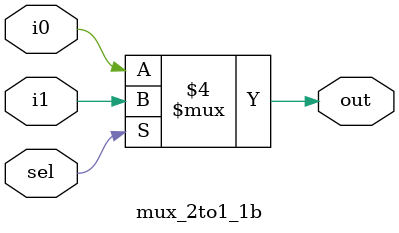
<source format=v>
module mux_2to1_4b
(
    output reg  [3:0]out,
    input       [3:0]i0, i1,
    input       sel
);

always @*
begin
  if(sel==0)   out <= i0;
  else         out <= i1;
end

endmodule

module mux_2to1_1b
(
    output reg  out,
    input       i0, i1,
    input       sel
);

always @*
begin
  if(sel==0)   out <= i0;
  else         out <= i1;
end

endmodule
</source>
